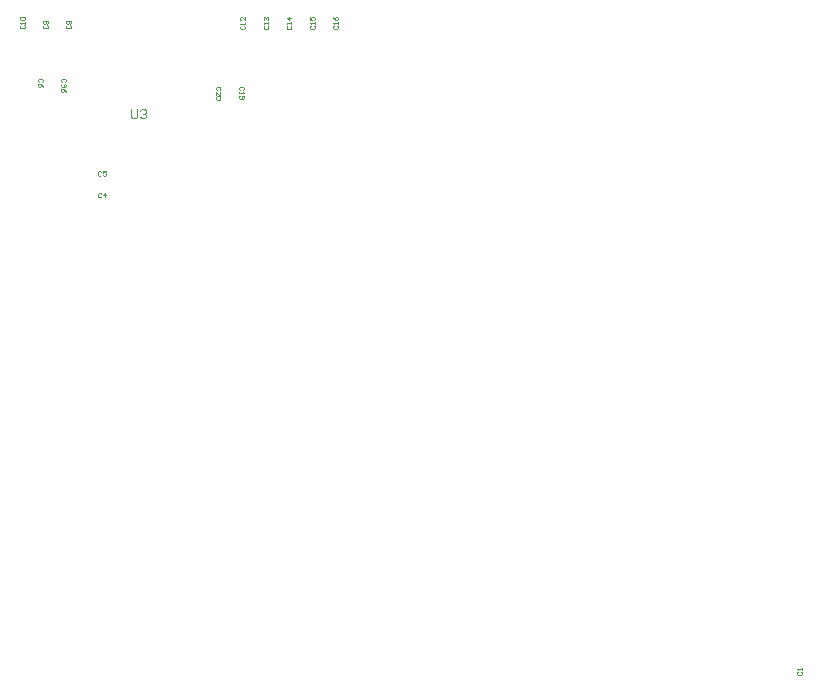
<source format=gm1>
G04*
G04 #@! TF.GenerationSoftware,Altium Limited,Altium Designer,25.8.1 (18)*
G04*
G04 Layer_Color=16711935*
%FSLAX25Y25*%
%MOIN*%
G70*
G04*
G04 #@! TF.SameCoordinates,64F7C8A9-438D-4F9F-9055-C3E4DFCE694A*
G04*
G04*
G04 #@! TF.FilePolarity,Positive*
G04*
G01*
G75*
%ADD13C,0.00394*%
%ADD109C,0.00472*%
D13*
X59041Y209996D02*
Y207536D01*
X59533Y207044D01*
X60517D01*
X61009Y207536D01*
Y209996D01*
X61993Y209504D02*
X62485Y209996D01*
X63469D01*
X63961Y209504D01*
Y209012D01*
X63469Y208520D01*
X62977D01*
X63469D01*
X63961Y208028D01*
Y207536D01*
X63469Y207044D01*
X62485D01*
X61993Y207536D01*
D109*
X36951Y219060D02*
X37213Y219323D01*
Y219848D01*
X36951Y220110D01*
X35901D01*
X35639Y219848D01*
Y219323D01*
X35901Y219060D01*
X36951Y218536D02*
X37213Y218273D01*
Y217748D01*
X36951Y217486D01*
X36689D01*
X36426Y217748D01*
Y218011D01*
Y217748D01*
X36164Y217486D01*
X35901D01*
X35639Y217748D01*
Y218273D01*
X35901Y218536D01*
X37213Y215912D02*
X36951Y216437D01*
X36426Y216961D01*
X35901D01*
X35639Y216699D01*
Y216174D01*
X35901Y215912D01*
X36164D01*
X36426Y216174D01*
Y216961D01*
X88451Y216417D02*
X88713Y216680D01*
Y217204D01*
X88451Y217467D01*
X87401D01*
X87139Y217204D01*
Y216680D01*
X87401Y216417D01*
X87139Y214843D02*
Y215892D01*
X88189Y214843D01*
X88451D01*
X88713Y215105D01*
Y215630D01*
X88451Y215892D01*
Y214318D02*
X88713Y214056D01*
Y213531D01*
X88451Y213268D01*
X87401D01*
X87139Y213531D01*
Y214056D01*
X87401Y214318D01*
X88451D01*
X96351Y216417D02*
X96613Y216680D01*
Y217204D01*
X96351Y217467D01*
X95301D01*
X95039Y217204D01*
Y216680D01*
X95301Y216417D01*
X95039Y215892D02*
Y215368D01*
Y215630D01*
X96613D01*
X96351Y215892D01*
X95301Y214580D02*
X95039Y214318D01*
Y213793D01*
X95301Y213531D01*
X96351D01*
X96613Y213793D01*
Y214318D01*
X96351Y214580D01*
X96089D01*
X95826Y214318D01*
Y213531D01*
X126444Y237940D02*
X126181Y237677D01*
Y237153D01*
X126444Y236890D01*
X127493D01*
X127755Y237153D01*
Y237677D01*
X127493Y237940D01*
X127755Y238465D02*
Y238989D01*
Y238727D01*
X126181D01*
X126444Y238465D01*
X126181Y240826D02*
X126444Y240301D01*
X126968Y239776D01*
X127493D01*
X127755Y240039D01*
Y240564D01*
X127493Y240826D01*
X127231D01*
X126968Y240564D01*
Y239776D01*
X118744Y237940D02*
X118481Y237677D01*
Y237153D01*
X118744Y236890D01*
X119793D01*
X120055Y237153D01*
Y237677D01*
X119793Y237940D01*
X120055Y238465D02*
Y238989D01*
Y238727D01*
X118481D01*
X118744Y238465D01*
X118481Y240826D02*
Y239776D01*
X119268D01*
X119006Y240301D01*
Y240564D01*
X119268Y240826D01*
X119793D01*
X120055Y240564D01*
Y240039D01*
X119793Y239776D01*
X111044Y237940D02*
X110781Y237677D01*
Y237153D01*
X111044Y236890D01*
X112093D01*
X112355Y237153D01*
Y237677D01*
X112093Y237940D01*
X112355Y238465D02*
Y238989D01*
Y238727D01*
X110781D01*
X111044Y238465D01*
X112355Y240564D02*
X110781D01*
X111568Y239776D01*
Y240826D01*
X103344Y237940D02*
X103081Y237677D01*
Y237153D01*
X103344Y236890D01*
X104393D01*
X104656Y237153D01*
Y237677D01*
X104393Y237940D01*
X104656Y238465D02*
Y238989D01*
Y238727D01*
X103081D01*
X103344Y238465D01*
Y239776D02*
X103081Y240039D01*
Y240564D01*
X103344Y240826D01*
X103606D01*
X103868Y240564D01*
Y240301D01*
Y240564D01*
X104131Y240826D01*
X104393D01*
X104656Y240564D01*
Y240039D01*
X104393Y239776D01*
X95644Y237840D02*
X95381Y237577D01*
Y237053D01*
X95644Y236790D01*
X96693D01*
X96956Y237053D01*
Y237577D01*
X96693Y237840D01*
X96956Y238365D02*
Y238889D01*
Y238627D01*
X95381D01*
X95644Y238365D01*
X96956Y240726D02*
Y239676D01*
X95906Y240726D01*
X95644D01*
X95381Y240464D01*
Y239939D01*
X95644Y239676D01*
X22244Y238040D02*
X21981Y237777D01*
Y237253D01*
X22244Y236990D01*
X23293D01*
X23555Y237253D01*
Y237777D01*
X23293Y238040D01*
X23555Y238565D02*
Y239089D01*
Y238827D01*
X21981D01*
X22244Y238565D01*
Y239877D02*
X21981Y240139D01*
Y240664D01*
X22244Y240926D01*
X23293D01*
X23555Y240664D01*
Y240139D01*
X23293Y239877D01*
X22244D01*
X29943Y238040D02*
X29681Y237777D01*
Y237253D01*
X29943Y236990D01*
X30993D01*
X31255Y237253D01*
Y237777D01*
X30993Y238040D01*
Y238565D02*
X31255Y238827D01*
Y239352D01*
X30993Y239614D01*
X29943D01*
X29681Y239352D01*
Y238827D01*
X29943Y238565D01*
X30206D01*
X30468Y238827D01*
Y239614D01*
X37644Y238040D02*
X37381Y237777D01*
Y237253D01*
X37644Y236990D01*
X38693D01*
X38956Y237253D01*
Y237777D01*
X38693Y238040D01*
X37644Y238565D02*
X37381Y238827D01*
Y239352D01*
X37644Y239614D01*
X37906D01*
X38168Y239352D01*
X38431Y239614D01*
X38693D01*
X38956Y239352D01*
Y238827D01*
X38693Y238565D01*
X38431D01*
X38168Y238827D01*
X37906Y238565D01*
X37644D01*
X38168Y238827D02*
Y239352D01*
X29251Y219117D02*
X29513Y219379D01*
Y219904D01*
X29251Y220167D01*
X28201D01*
X27939Y219904D01*
Y219379D01*
X28201Y219117D01*
X29513Y217543D02*
X29251Y218068D01*
X28726Y218592D01*
X28201D01*
X27939Y218330D01*
Y217805D01*
X28201Y217543D01*
X28464D01*
X28726Y217805D01*
Y218592D01*
X48937Y189254D02*
X48674Y189516D01*
X48150D01*
X47887Y189254D01*
Y188204D01*
X48150Y187942D01*
X48674D01*
X48937Y188204D01*
X50511Y189516D02*
X49462D01*
Y188729D01*
X49986Y188991D01*
X50249D01*
X50511Y188729D01*
Y188204D01*
X50249Y187942D01*
X49724D01*
X49462Y188204D01*
X48980Y181954D02*
X48718Y182216D01*
X48193D01*
X47931Y181954D01*
Y180904D01*
X48193Y180642D01*
X48718D01*
X48980Y180904D01*
X50292Y180642D02*
Y182216D01*
X49505Y181429D01*
X50555D01*
X281268Y22590D02*
X281006Y22327D01*
Y21802D01*
X281268Y21540D01*
X282317D01*
X282580Y21802D01*
Y22327D01*
X282317Y22590D01*
X282580Y23114D02*
Y23639D01*
Y23377D01*
X281006D01*
X281268Y23114D01*
M02*

</source>
